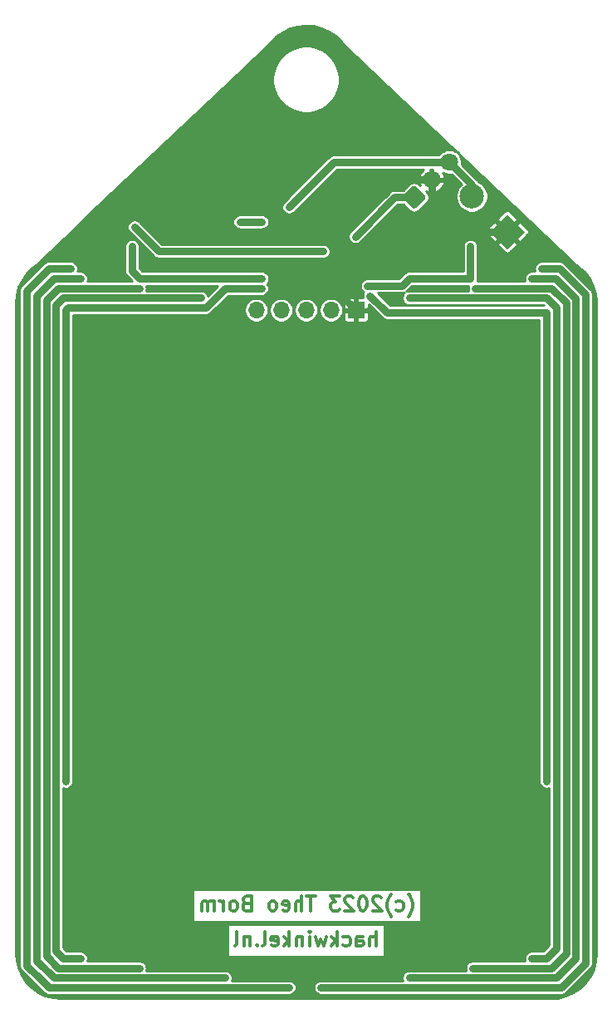
<source format=gbr>
%TF.GenerationSoftware,KiCad,Pcbnew,5.1.9+dfsg1-1+deb11u1*%
%TF.CreationDate,2023-08-15T12:15:31+02:00*%
%TF.ProjectId,label1,6c616265-6c31-42e6-9b69-6361645f7063,rev?*%
%TF.SameCoordinates,Original*%
%TF.FileFunction,Copper,L2,Bot*%
%TF.FilePolarity,Positive*%
%FSLAX46Y46*%
G04 Gerber Fmt 4.6, Leading zero omitted, Abs format (unit mm)*
G04 Created by KiCad (PCBNEW 5.1.9+dfsg1-1+deb11u1) date 2023-08-15 12:15:31*
%MOMM*%
%LPD*%
G01*
G04 APERTURE LIST*
%TA.AperFunction,NonConductor*%
%ADD10C,0.300000*%
%TD*%
%TA.AperFunction,ComponentPad*%
%ADD11C,1.800000*%
%TD*%
%TA.AperFunction,ComponentPad*%
%ADD12C,2.500000*%
%TD*%
%TA.AperFunction,ComponentPad*%
%ADD13C,0.100000*%
%TD*%
%TA.AperFunction,ComponentPad*%
%ADD14O,1.700000X1.700000*%
%TD*%
%TA.AperFunction,ComponentPad*%
%ADD15R,1.700000X1.700000*%
%TD*%
%TA.AperFunction,ViaPad*%
%ADD16C,0.500000*%
%TD*%
%TA.AperFunction,Conductor*%
%ADD17C,0.720000*%
%TD*%
%TA.AperFunction,Conductor*%
%ADD18C,0.250000*%
%TD*%
%TA.AperFunction,Conductor*%
%ADD19C,0.100000*%
%TD*%
G04 APERTURE END LIST*
D10*
X62142857Y-119278571D02*
X62142857Y-117778571D01*
X61500000Y-119278571D02*
X61500000Y-118492857D01*
X61571428Y-118350000D01*
X61714285Y-118278571D01*
X61928571Y-118278571D01*
X62071428Y-118350000D01*
X62142857Y-118421428D01*
X60142857Y-119278571D02*
X60142857Y-118492857D01*
X60214285Y-118350000D01*
X60357142Y-118278571D01*
X60642857Y-118278571D01*
X60785714Y-118350000D01*
X60142857Y-119207142D02*
X60285714Y-119278571D01*
X60642857Y-119278571D01*
X60785714Y-119207142D01*
X60857142Y-119064285D01*
X60857142Y-118921428D01*
X60785714Y-118778571D01*
X60642857Y-118707142D01*
X60285714Y-118707142D01*
X60142857Y-118635714D01*
X58785714Y-119207142D02*
X58928571Y-119278571D01*
X59214285Y-119278571D01*
X59357142Y-119207142D01*
X59428571Y-119135714D01*
X59500000Y-118992857D01*
X59500000Y-118564285D01*
X59428571Y-118421428D01*
X59357142Y-118350000D01*
X59214285Y-118278571D01*
X58928571Y-118278571D01*
X58785714Y-118350000D01*
X58142857Y-119278571D02*
X58142857Y-117778571D01*
X58000000Y-118707142D02*
X57571428Y-119278571D01*
X57571428Y-118278571D02*
X58142857Y-118850000D01*
X57071428Y-118278571D02*
X56785714Y-119278571D01*
X56500000Y-118564285D01*
X56214285Y-119278571D01*
X55928571Y-118278571D01*
X55357142Y-119278571D02*
X55357142Y-118278571D01*
X55357142Y-117778571D02*
X55428571Y-117850000D01*
X55357142Y-117921428D01*
X55285714Y-117850000D01*
X55357142Y-117778571D01*
X55357142Y-117921428D01*
X54642857Y-118278571D02*
X54642857Y-119278571D01*
X54642857Y-118421428D02*
X54571428Y-118350000D01*
X54428571Y-118278571D01*
X54214285Y-118278571D01*
X54071428Y-118350000D01*
X54000000Y-118492857D01*
X54000000Y-119278571D01*
X53285714Y-119278571D02*
X53285714Y-117778571D01*
X53142857Y-118707142D02*
X52714285Y-119278571D01*
X52714285Y-118278571D02*
X53285714Y-118850000D01*
X51500000Y-119207142D02*
X51642857Y-119278571D01*
X51928571Y-119278571D01*
X52071428Y-119207142D01*
X52142857Y-119064285D01*
X52142857Y-118492857D01*
X52071428Y-118350000D01*
X51928571Y-118278571D01*
X51642857Y-118278571D01*
X51500000Y-118350000D01*
X51428571Y-118492857D01*
X51428571Y-118635714D01*
X52142857Y-118778571D01*
X50571428Y-119278571D02*
X50714285Y-119207142D01*
X50785714Y-119064285D01*
X50785714Y-117778571D01*
X50000000Y-119135714D02*
X49928571Y-119207142D01*
X50000000Y-119278571D01*
X50071428Y-119207142D01*
X50000000Y-119135714D01*
X50000000Y-119278571D01*
X49285714Y-118278571D02*
X49285714Y-119278571D01*
X49285714Y-118421428D02*
X49214285Y-118350000D01*
X49071428Y-118278571D01*
X48857142Y-118278571D01*
X48714285Y-118350000D01*
X48642857Y-118492857D01*
X48642857Y-119278571D01*
X47714285Y-119278571D02*
X47857142Y-119207142D01*
X47928571Y-119064285D01*
X47928571Y-117778571D01*
X65421428Y-116250000D02*
X65492857Y-116178571D01*
X65635714Y-115964285D01*
X65707142Y-115821428D01*
X65778571Y-115607142D01*
X65850000Y-115250000D01*
X65850000Y-114964285D01*
X65778571Y-114607142D01*
X65707142Y-114392857D01*
X65635714Y-114250000D01*
X65492857Y-114035714D01*
X65421428Y-113964285D01*
X64207142Y-115607142D02*
X64350000Y-115678571D01*
X64635714Y-115678571D01*
X64778571Y-115607142D01*
X64850000Y-115535714D01*
X64921428Y-115392857D01*
X64921428Y-114964285D01*
X64850000Y-114821428D01*
X64778571Y-114750000D01*
X64635714Y-114678571D01*
X64350000Y-114678571D01*
X64207142Y-114750000D01*
X63707142Y-116250000D02*
X63635714Y-116178571D01*
X63492857Y-115964285D01*
X63421428Y-115821428D01*
X63350000Y-115607142D01*
X63278571Y-115250000D01*
X63278571Y-114964285D01*
X63350000Y-114607142D01*
X63421428Y-114392857D01*
X63492857Y-114250000D01*
X63635714Y-114035714D01*
X63707142Y-113964285D01*
X62635714Y-114321428D02*
X62564285Y-114250000D01*
X62421428Y-114178571D01*
X62064285Y-114178571D01*
X61921428Y-114250000D01*
X61850000Y-114321428D01*
X61778571Y-114464285D01*
X61778571Y-114607142D01*
X61850000Y-114821428D01*
X62707142Y-115678571D01*
X61778571Y-115678571D01*
X60850000Y-114178571D02*
X60707142Y-114178571D01*
X60564285Y-114250000D01*
X60492857Y-114321428D01*
X60421428Y-114464285D01*
X60350000Y-114750000D01*
X60350000Y-115107142D01*
X60421428Y-115392857D01*
X60492857Y-115535714D01*
X60564285Y-115607142D01*
X60707142Y-115678571D01*
X60850000Y-115678571D01*
X60992857Y-115607142D01*
X61064285Y-115535714D01*
X61135714Y-115392857D01*
X61207142Y-115107142D01*
X61207142Y-114750000D01*
X61135714Y-114464285D01*
X61064285Y-114321428D01*
X60992857Y-114250000D01*
X60850000Y-114178571D01*
X59778571Y-114321428D02*
X59707142Y-114250000D01*
X59564285Y-114178571D01*
X59207142Y-114178571D01*
X59064285Y-114250000D01*
X58992857Y-114321428D01*
X58921428Y-114464285D01*
X58921428Y-114607142D01*
X58992857Y-114821428D01*
X59850000Y-115678571D01*
X58921428Y-115678571D01*
X58421428Y-114178571D02*
X57492857Y-114178571D01*
X57992857Y-114750000D01*
X57778571Y-114750000D01*
X57635714Y-114821428D01*
X57564285Y-114892857D01*
X57492857Y-115035714D01*
X57492857Y-115392857D01*
X57564285Y-115535714D01*
X57635714Y-115607142D01*
X57778571Y-115678571D01*
X58207142Y-115678571D01*
X58350000Y-115607142D01*
X58421428Y-115535714D01*
X55921428Y-114178571D02*
X55064285Y-114178571D01*
X55492857Y-115678571D02*
X55492857Y-114178571D01*
X54564285Y-115678571D02*
X54564285Y-114178571D01*
X53921428Y-115678571D02*
X53921428Y-114892857D01*
X53992857Y-114750000D01*
X54135714Y-114678571D01*
X54350000Y-114678571D01*
X54492857Y-114750000D01*
X54564285Y-114821428D01*
X52635714Y-115607142D02*
X52778571Y-115678571D01*
X53064285Y-115678571D01*
X53207142Y-115607142D01*
X53278571Y-115464285D01*
X53278571Y-114892857D01*
X53207142Y-114750000D01*
X53064285Y-114678571D01*
X52778571Y-114678571D01*
X52635714Y-114750000D01*
X52564285Y-114892857D01*
X52564285Y-115035714D01*
X53278571Y-115178571D01*
X51707142Y-115678571D02*
X51850000Y-115607142D01*
X51921428Y-115535714D01*
X51992857Y-115392857D01*
X51992857Y-114964285D01*
X51921428Y-114821428D01*
X51850000Y-114750000D01*
X51707142Y-114678571D01*
X51492857Y-114678571D01*
X51350000Y-114750000D01*
X51278571Y-114821428D01*
X51207142Y-114964285D01*
X51207142Y-115392857D01*
X51278571Y-115535714D01*
X51350000Y-115607142D01*
X51492857Y-115678571D01*
X51707142Y-115678571D01*
X48921428Y-114892857D02*
X48707142Y-114964285D01*
X48635714Y-115035714D01*
X48564285Y-115178571D01*
X48564285Y-115392857D01*
X48635714Y-115535714D01*
X48707142Y-115607142D01*
X48850000Y-115678571D01*
X49421428Y-115678571D01*
X49421428Y-114178571D01*
X48921428Y-114178571D01*
X48778571Y-114250000D01*
X48707142Y-114321428D01*
X48635714Y-114464285D01*
X48635714Y-114607142D01*
X48707142Y-114750000D01*
X48778571Y-114821428D01*
X48921428Y-114892857D01*
X49421428Y-114892857D01*
X47707142Y-115678571D02*
X47850000Y-115607142D01*
X47921428Y-115535714D01*
X47992857Y-115392857D01*
X47992857Y-114964285D01*
X47921428Y-114821428D01*
X47850000Y-114750000D01*
X47707142Y-114678571D01*
X47492857Y-114678571D01*
X47350000Y-114750000D01*
X47278571Y-114821428D01*
X47207142Y-114964285D01*
X47207142Y-115392857D01*
X47278571Y-115535714D01*
X47350000Y-115607142D01*
X47492857Y-115678571D01*
X47707142Y-115678571D01*
X46564285Y-115678571D02*
X46564285Y-114678571D01*
X46564285Y-114964285D02*
X46492857Y-114821428D01*
X46421428Y-114750000D01*
X46278571Y-114678571D01*
X46135714Y-114678571D01*
X45635714Y-115678571D02*
X45635714Y-114678571D01*
X45635714Y-114821428D02*
X45564285Y-114750000D01*
X45421428Y-114678571D01*
X45207142Y-114678571D01*
X45064285Y-114750000D01*
X44992857Y-114892857D01*
X44992857Y-115678571D01*
X44992857Y-114892857D02*
X44921428Y-114750000D01*
X44778571Y-114678571D01*
X44564285Y-114678571D01*
X44421428Y-114750000D01*
X44350000Y-114892857D01*
X44350000Y-115678571D01*
D11*
%TO.P,U2,3*%
%TO.N,+5V*%
X69592102Y-39407898D03*
%TO.P,U2,2*%
%TO.N,GND*%
X67796051Y-41203949D03*
%TO.P,U2,1*%
%TO.N,Net-(U1-Pad10)*%
%TA.AperFunction,ComponentPad*%
G36*
G01*
X65824355Y-44097147D02*
X64902853Y-43175645D01*
G75*
G02*
X64902853Y-42824355I175645J175645D01*
G01*
X65824355Y-41902853D01*
G75*
G02*
X66175645Y-41902853I175645J-175645D01*
G01*
X67097147Y-42824355D01*
G75*
G02*
X67097147Y-43175645I-175645J-175645D01*
G01*
X66175645Y-44097147D01*
G75*
G02*
X65824355Y-44097147I-175645J175645D01*
G01*
G37*
%TD.AperFunction*%
%TD*%
D12*
%TO.P,J2,2*%
%TO.N,+5V*%
X71907898Y-42907898D03*
%TA.AperFunction,ComponentPad*%
D13*
%TO.P,J2,1*%
%TO.N,GND*%
G36*
X77267767Y-46500000D02*
G01*
X75500000Y-48267767D01*
X73732233Y-46500000D01*
X75500000Y-44732233D01*
X77267767Y-46500000D01*
G37*
%TD.AperFunction*%
%TD*%
D14*
%TO.P,J1,5*%
%TO.N,+5V*%
X49920000Y-54500000D03*
%TO.P,J1,4*%
%TO.N,Net-(J1-Pad4)*%
X52460000Y-54500000D03*
%TO.P,J1,3*%
%TO.N,Net-(J1-Pad3)*%
X55000000Y-54500000D03*
%TO.P,J1,2*%
%TO.N,Net-(J1-Pad2)*%
X57540000Y-54500000D03*
D15*
%TO.P,J1,1*%
%TO.N,GND*%
X60080000Y-54500000D03*
%TD*%
D16*
%TO.N,GND*%
X56500000Y-44000000D03*
X77500000Y-57500000D03*
X32500000Y-57500000D03*
X32000000Y-100500000D03*
X78000000Y-101000000D03*
X78500000Y-95000000D03*
X78500000Y-75000000D03*
X31400000Y-72900000D03*
X31400000Y-95700000D03*
X53100000Y-51300000D03*
X78200000Y-118500000D03*
X31700000Y-118400000D03*
X31700000Y-107600000D03*
X78400000Y-107200000D03*
X54700000Y-122100000D03*
X62200000Y-35300000D03*
X64396051Y-41203949D03*
X32800000Y-46700000D03*
X43800000Y-35800000D03*
X49100000Y-31000000D03*
X60400000Y-31000000D03*
X64100000Y-53700000D03*
X66200000Y-52200000D03*
X43800000Y-52300000D03*
%TO.N,Net-(D1-Pad1)*%
X79500000Y-77500000D03*
X79500000Y-102500000D03*
X79500004Y-54750000D03*
X61499998Y-52999996D03*
%TO.N,Net-(D12-Pad2)*%
X71750000Y-51250000D03*
X65500000Y-51250000D03*
X71750000Y-48000000D03*
X61250000Y-52000000D03*
%TO.N,Net-(D13-Pad2)*%
X38000000Y-51250000D03*
X44250000Y-51250000D03*
X50500014Y-51250000D03*
X37250000Y-48000000D03*
%TO.N,Net-(D16-Pad2)*%
X50500000Y-45500000D03*
X48250000Y-45500000D03*
%TO.N,Net-(D10-Pad1)*%
X80500000Y-60000000D03*
X80500000Y-85000000D03*
X65500000Y-53250000D03*
X78000000Y-120500026D03*
%TO.N,Net-(D17-Pad1)*%
X72000000Y-121500000D03*
X72250000Y-52250000D03*
X81500000Y-66250000D03*
X81500000Y-110000000D03*
X81500000Y-79500000D03*
%TO.N,Net-(D25-Pad1)*%
X65500000Y-122500000D03*
X78000000Y-51250000D03*
X82500000Y-116000000D03*
X82500000Y-91000000D03*
X82500000Y-67000000D03*
%TO.N,Net-(D33-Pad1)*%
X56500000Y-123500000D03*
X83500000Y-72750000D03*
X82000000Y-122500000D03*
X83500000Y-97750000D03*
X79000000Y-50250000D03*
%TO.N,+5V*%
X53249998Y-43999998D03*
X56749998Y-40499998D03*
%TO.N,Net-(D5-Pad1)*%
X53250000Y-123500000D03*
X28000000Y-122750000D03*
X26500000Y-97750000D03*
X26500000Y-72750000D03*
X31000000Y-50250000D03*
%TO.N,Net-(D13-Pad1)*%
X46750000Y-122500000D03*
X32000000Y-51250000D03*
X27500000Y-116000000D03*
X27500000Y-91000000D03*
X27500000Y-67000000D03*
%TO.N,Net-(D21-Pad1)*%
X38000000Y-121500000D03*
X38000000Y-52250000D03*
X28500000Y-110000000D03*
X28500000Y-66250000D03*
X28500000Y-79500000D03*
%TO.N,Net-(D29-Pad1)*%
X32000000Y-120500000D03*
X44250000Y-53250000D03*
X29500000Y-59750000D03*
X29500000Y-84750000D03*
%TO.N,Net-(D37-Pad1)*%
X30500000Y-102500000D03*
X30500000Y-54500000D03*
X30500000Y-77500000D03*
X50474996Y-52275000D03*
%TO.N,Net-(J1-Pad2)*%
X56750000Y-48500000D03*
X37499996Y-46000000D03*
%TO.N,Net-(U1-Pad10)*%
X60000000Y-47000000D03*
%TD*%
D17*
%TO.N,GND*%
X59296051Y-41203949D02*
X56500000Y-44000000D01*
X67796051Y-41203949D02*
X64396051Y-41203949D01*
X71250000Y-46500000D02*
X75500000Y-46500000D01*
X67796051Y-43046051D02*
X71250000Y-46500000D01*
X67796051Y-41203949D02*
X67796051Y-43046051D01*
X58000000Y-45500000D02*
X56500000Y-44000000D01*
X58000000Y-52420000D02*
X58000000Y-45500000D01*
X60080000Y-54500000D02*
X58000000Y-52420000D01*
X64396051Y-41203949D02*
X59296051Y-41203949D01*
%TO.N,Net-(D1-Pad1)*%
X79500000Y-77500000D02*
X79500000Y-100500000D01*
X79500000Y-100500000D02*
X79500000Y-102500000D01*
X79500000Y-77500000D02*
X79500000Y-54750004D01*
X79500000Y-54750004D02*
X79500004Y-54750000D01*
X63250002Y-54750000D02*
X61499998Y-52999996D01*
X79500004Y-54750000D02*
X63250002Y-54750000D01*
%TO.N,Net-(D12-Pad2)*%
X65500000Y-51250000D02*
X71750000Y-51250000D01*
X71750000Y-48000000D02*
X71750000Y-51250000D01*
X64750000Y-52000000D02*
X61250000Y-52000000D01*
X65500000Y-51250000D02*
X64750000Y-52000000D01*
%TO.N,Net-(D13-Pad2)*%
X38000000Y-51250000D02*
X50500000Y-51250000D01*
X37250000Y-50500000D02*
X38000000Y-51250000D01*
X37250000Y-48000000D02*
X37250000Y-50500000D01*
%TO.N,Net-(D16-Pad2)*%
X50500000Y-45500000D02*
X48250000Y-45500000D01*
%TO.N,Net-(D10-Pad1)*%
X80500000Y-85000000D02*
X80500000Y-60000000D01*
X79500000Y-53250000D02*
X65500000Y-53250000D01*
X80500000Y-54250000D02*
X79500000Y-53250000D01*
X80500000Y-60000000D02*
X80500000Y-54250000D01*
X79499974Y-120500026D02*
X78000000Y-120500026D01*
X80500000Y-119500000D02*
X79499974Y-120500026D01*
X80500000Y-85000000D02*
X80500000Y-119500000D01*
%TO.N,Net-(D17-Pad1)*%
X72000000Y-121500000D02*
X80000000Y-121500000D01*
X80000000Y-121500000D02*
X81500000Y-120000000D01*
X81500000Y-120000000D02*
X81500000Y-115500000D01*
X80000000Y-52250000D02*
X72250000Y-52250000D01*
X81500000Y-53750000D02*
X80000000Y-52250000D01*
X81500000Y-66250000D02*
X81500000Y-53750000D01*
X81500000Y-110000000D02*
X81500000Y-99000000D01*
X81500000Y-115500000D02*
X81500000Y-110000000D01*
X81500000Y-79500000D02*
X81500000Y-66250000D01*
X81500000Y-99000000D02*
X81500000Y-79500000D01*
%TO.N,Net-(D25-Pad1)*%
X80500000Y-122500000D02*
X82500000Y-120500000D01*
X65500000Y-122500000D02*
X80500000Y-122500000D01*
X82500000Y-120500000D02*
X82500000Y-116000000D01*
X82500000Y-116000000D02*
X82500000Y-91000000D01*
X82500000Y-91000000D02*
X82500000Y-67000000D01*
X80448908Y-51250000D02*
X78000000Y-51250000D01*
X82500000Y-67000000D02*
X82500000Y-53301092D01*
X82500000Y-53301092D02*
X80448908Y-51250000D01*
%TO.N,Net-(D33-Pad1)*%
X56500000Y-123500000D02*
X81000000Y-123500000D01*
X82000000Y-122500000D02*
X83500000Y-121000000D01*
X81000000Y-123500000D02*
X82000000Y-122500000D01*
X83500000Y-97750000D02*
X83500000Y-72750000D01*
X83500000Y-121000000D02*
X83500000Y-97750000D01*
X83500000Y-52896447D02*
X80853553Y-50250000D01*
X83500000Y-72750000D02*
X83500000Y-52896447D01*
X80853553Y-50250000D02*
X79000000Y-50250000D01*
%TO.N,+5V*%
X71907898Y-41723694D02*
X69592102Y-39407898D01*
X71907898Y-42907898D02*
X71907898Y-41723694D01*
X69592102Y-39407898D02*
X57842098Y-39407898D01*
X56749998Y-40499998D02*
X53249998Y-43999998D01*
X57842098Y-39407898D02*
X56749998Y-40499998D01*
%TO.N,Net-(D5-Pad1)*%
X53250000Y-123500000D02*
X28750000Y-123500000D01*
X28000000Y-122750000D02*
X26500000Y-121250000D01*
X28750000Y-123500000D02*
X28000000Y-122750000D01*
X26500000Y-121250000D02*
X26500000Y-97750000D01*
X26500000Y-97750000D02*
X26500000Y-72750000D01*
X28750000Y-50250000D02*
X31000000Y-50250000D01*
X26500000Y-52500000D02*
X28750000Y-50250000D01*
X26500000Y-72750000D02*
X26500000Y-52500000D01*
%TO.N,Net-(D13-Pad1)*%
X46750000Y-122500000D02*
X29250000Y-122500000D01*
X29250000Y-122500000D02*
X27500000Y-120750000D01*
X29250000Y-51250000D02*
X32000000Y-51250000D01*
X27500000Y-53000000D02*
X29250000Y-51250000D01*
X27500000Y-116000000D02*
X27500000Y-98500000D01*
X27500000Y-120750000D02*
X27500000Y-116000000D01*
X27500000Y-91000000D02*
X27500000Y-87750000D01*
X27500000Y-98500000D02*
X27500000Y-91000000D01*
X27500000Y-67000000D02*
X27500000Y-53000000D01*
X27500000Y-87750000D02*
X27500000Y-67000000D01*
%TO.N,Net-(D21-Pad1)*%
X38000000Y-121500000D02*
X29750000Y-121500000D01*
X29750000Y-121500000D02*
X28500000Y-120250000D01*
X28500000Y-120250000D02*
X28500000Y-113750000D01*
X28500000Y-53750000D02*
X28500000Y-53500000D01*
X29750000Y-52250000D02*
X38000000Y-52250000D01*
X28500000Y-53500000D02*
X29750000Y-52250000D01*
X28500000Y-113750000D02*
X28500000Y-110000000D01*
X28500000Y-66250000D02*
X28500000Y-53750000D01*
X28500000Y-79500000D02*
X28500000Y-66250000D01*
X28500000Y-110000000D02*
X28500000Y-79500000D01*
%TO.N,Net-(D29-Pad1)*%
X32000000Y-120500000D02*
X30250000Y-120500000D01*
X30250000Y-120500000D02*
X29500000Y-119750000D01*
X29500000Y-119750000D02*
X29500000Y-117250000D01*
X29500000Y-59750000D02*
X29500000Y-54000000D01*
X29500000Y-54000000D02*
X30250000Y-53250000D01*
X30250000Y-53250000D02*
X44250000Y-53250000D01*
X29500000Y-84750000D02*
X29500000Y-59750000D01*
X29500000Y-117250000D02*
X29500000Y-84750000D01*
%TO.N,Net-(D37-Pad1)*%
X30500000Y-77500000D02*
X30500000Y-54500000D01*
X30500000Y-102500000D02*
X30500000Y-77500000D01*
X44750000Y-54250000D02*
X46725000Y-52275000D01*
X30750000Y-54250000D02*
X44750000Y-54250000D01*
X46725000Y-52275000D02*
X50474996Y-52275000D01*
X30500000Y-54500000D02*
X30750000Y-54250000D01*
%TO.N,Net-(J1-Pad2)*%
X56750000Y-48500000D02*
X39999996Y-48500000D01*
X39999996Y-48500000D02*
X37499996Y-46000000D01*
%TO.N,Net-(U1-Pad10)*%
X64000000Y-43000000D02*
X60000000Y-47000000D01*
X66000000Y-43000000D02*
X64000000Y-43000000D01*
%TD*%
D18*
%TO.N,GND*%
X55751120Y-25557380D02*
X56554573Y-25759101D01*
X57310792Y-26097278D01*
X57996800Y-26561632D01*
X58602067Y-27148051D01*
X58670312Y-27229384D01*
X58671890Y-27232155D01*
X58710559Y-27276785D01*
X82739076Y-50053817D01*
X82743211Y-50057030D01*
X83366887Y-50617996D01*
X83868304Y-51263717D01*
X84247453Y-51988034D01*
X84492340Y-52768035D01*
X84597014Y-53593131D01*
X84600001Y-53753777D01*
X84600000Y-119982191D01*
X84525736Y-120814307D01*
X84310007Y-121602878D01*
X83958044Y-122340783D01*
X83480972Y-123004698D01*
X82893876Y-123573634D01*
X82215302Y-124029616D01*
X81466706Y-124358228D01*
X80668674Y-124549819D01*
X79985330Y-124600000D01*
X30017809Y-124600000D01*
X29185693Y-124525736D01*
X28397122Y-124310007D01*
X27659217Y-123958044D01*
X26995302Y-123480972D01*
X26426366Y-122893876D01*
X25970384Y-122215302D01*
X25641772Y-121466706D01*
X25450181Y-120668674D01*
X25400000Y-119985330D01*
X25400000Y-53767822D01*
X25474265Y-52935695D01*
X25593457Y-52500000D01*
X25761444Y-52500000D01*
X25765001Y-52536115D01*
X25765000Y-72786104D01*
X25765001Y-72786114D01*
X25765000Y-97786104D01*
X25765001Y-97786114D01*
X25765000Y-121213895D01*
X25761444Y-121250000D01*
X25774978Y-121387413D01*
X25775635Y-121394084D01*
X25817663Y-121532632D01*
X25885913Y-121660319D01*
X25977762Y-121772237D01*
X26005808Y-121795254D01*
X27505806Y-123295253D01*
X27505811Y-123295257D01*
X28204746Y-123994193D01*
X28227762Y-124022238D01*
X28339680Y-124114087D01*
X28467367Y-124182337D01*
X28556345Y-124209328D01*
X28605914Y-124224365D01*
X28620132Y-124225765D01*
X28713895Y-124235000D01*
X28713902Y-124235000D01*
X28749999Y-124238555D01*
X28786096Y-124235000D01*
X53286105Y-124235000D01*
X53394085Y-124224365D01*
X53532633Y-124182337D01*
X53660320Y-124114087D01*
X53772238Y-124022238D01*
X53864087Y-123910320D01*
X53932337Y-123782633D01*
X53974365Y-123644085D01*
X53988556Y-123500000D01*
X55761444Y-123500000D01*
X55775635Y-123644085D01*
X55817663Y-123782633D01*
X55885913Y-123910320D01*
X55977762Y-124022238D01*
X56089680Y-124114087D01*
X56217367Y-124182337D01*
X56355915Y-124224365D01*
X56463895Y-124235000D01*
X80963895Y-124235000D01*
X81000000Y-124238556D01*
X81036105Y-124235000D01*
X81144085Y-124224365D01*
X81282633Y-124182337D01*
X81410320Y-124114087D01*
X81522238Y-124022238D01*
X81545258Y-123994188D01*
X82545253Y-122994194D01*
X82545257Y-122994189D01*
X83994197Y-121545250D01*
X84022237Y-121522238D01*
X84045250Y-121494197D01*
X84045253Y-121494194D01*
X84114086Y-121410321D01*
X84114087Y-121410320D01*
X84182337Y-121282633D01*
X84224365Y-121144085D01*
X84235000Y-121036105D01*
X84235000Y-121036096D01*
X84238555Y-121000001D01*
X84235000Y-120963906D01*
X84235000Y-52932541D01*
X84238555Y-52896446D01*
X84235000Y-52860351D01*
X84235000Y-52860342D01*
X84224365Y-52752362D01*
X84182337Y-52613814D01*
X84114087Y-52486127D01*
X84022238Y-52374209D01*
X83994193Y-52351193D01*
X81398812Y-49755812D01*
X81375791Y-49727762D01*
X81263873Y-49635913D01*
X81136186Y-49567663D01*
X80997638Y-49525635D01*
X80889658Y-49515000D01*
X80853553Y-49511444D01*
X80817448Y-49515000D01*
X78963895Y-49515000D01*
X78855915Y-49525635D01*
X78717367Y-49567663D01*
X78589680Y-49635913D01*
X78477762Y-49727762D01*
X78385913Y-49839680D01*
X78317663Y-49967367D01*
X78275635Y-50105915D01*
X78261444Y-50250000D01*
X78275635Y-50394085D01*
X78312314Y-50515000D01*
X77963895Y-50515000D01*
X77855915Y-50525635D01*
X77717367Y-50567663D01*
X77589680Y-50635913D01*
X77477762Y-50727762D01*
X77385913Y-50839680D01*
X77317663Y-50967367D01*
X77275635Y-51105915D01*
X77261444Y-51250000D01*
X77275635Y-51394085D01*
X77312314Y-51515000D01*
X72437686Y-51515000D01*
X72474365Y-51394085D01*
X72488556Y-51250000D01*
X72485000Y-51213895D01*
X72485000Y-47963895D01*
X72474365Y-47855915D01*
X72432337Y-47717367D01*
X72421805Y-47697662D01*
X74479115Y-47697662D01*
X74479115Y-47847922D01*
X75198026Y-48569741D01*
X75262740Y-48622851D01*
X75336573Y-48662315D01*
X75416686Y-48686617D01*
X75500000Y-48694823D01*
X75583314Y-48686617D01*
X75663427Y-48662315D01*
X75737260Y-48622851D01*
X75801974Y-48569741D01*
X76520885Y-47847922D01*
X76520885Y-47697662D01*
X75500000Y-46676777D01*
X74479115Y-47697662D01*
X72421805Y-47697662D01*
X72364087Y-47589680D01*
X72272237Y-47477762D01*
X72160319Y-47385913D01*
X72032632Y-47317663D01*
X71894084Y-47275635D01*
X71750000Y-47261444D01*
X71605915Y-47275635D01*
X71467367Y-47317663D01*
X71339680Y-47385913D01*
X71227762Y-47477763D01*
X71135913Y-47589681D01*
X71067663Y-47717368D01*
X71025635Y-47855916D01*
X71015000Y-47963896D01*
X71015001Y-50515000D01*
X65536096Y-50515000D01*
X65499999Y-50511445D01*
X65463902Y-50515000D01*
X65463895Y-50515000D01*
X65370132Y-50524235D01*
X65355914Y-50525635D01*
X65332842Y-50532634D01*
X65217367Y-50567663D01*
X65089680Y-50635913D01*
X64977762Y-50727762D01*
X64954747Y-50755806D01*
X64445554Y-51265000D01*
X61213895Y-51265000D01*
X61105915Y-51275635D01*
X60967367Y-51317663D01*
X60839680Y-51385913D01*
X60727762Y-51477762D01*
X60635913Y-51589680D01*
X60567663Y-51717367D01*
X60525635Y-51855915D01*
X60511444Y-52000000D01*
X60525635Y-52144085D01*
X60567663Y-52282633D01*
X60635913Y-52410320D01*
X60727762Y-52522238D01*
X60839680Y-52614087D01*
X60865490Y-52627883D01*
X60817662Y-52717363D01*
X60775633Y-52855911D01*
X60761442Y-52999996D01*
X60775633Y-53144081D01*
X60799688Y-53223377D01*
X60311250Y-53225000D01*
X60205000Y-53331250D01*
X60205000Y-54375000D01*
X61248750Y-54375000D01*
X61355000Y-54268750D01*
X61356240Y-53895684D01*
X62704748Y-55244193D01*
X62727764Y-55272238D01*
X62839682Y-55364087D01*
X62967369Y-55432337D01*
X63105917Y-55474365D01*
X63213897Y-55485000D01*
X63213906Y-55485000D01*
X63250001Y-55488555D01*
X63286096Y-55485000D01*
X78765001Y-55485000D01*
X78765000Y-77463895D01*
X78765000Y-77463896D01*
X78765001Y-100463886D01*
X78765000Y-100463896D01*
X78765001Y-102536105D01*
X78775636Y-102644085D01*
X78817664Y-102782633D01*
X78885914Y-102910320D01*
X78977763Y-103022238D01*
X79089681Y-103114087D01*
X79217368Y-103182337D01*
X79355916Y-103224365D01*
X79500000Y-103238556D01*
X79644085Y-103224365D01*
X79765001Y-103187686D01*
X79765001Y-119195552D01*
X79195528Y-119765026D01*
X77963895Y-119765026D01*
X77855915Y-119775661D01*
X77717367Y-119817689D01*
X77589680Y-119885939D01*
X77477762Y-119977788D01*
X77385913Y-120089706D01*
X77317663Y-120217393D01*
X77275635Y-120355941D01*
X77261444Y-120500026D01*
X77275635Y-120644111D01*
X77312306Y-120765000D01*
X71963895Y-120765000D01*
X71855915Y-120775635D01*
X71717367Y-120817663D01*
X71589680Y-120885913D01*
X71477762Y-120977762D01*
X71385913Y-121089680D01*
X71317663Y-121217367D01*
X71275635Y-121355915D01*
X71261444Y-121500000D01*
X71275635Y-121644085D01*
X71312314Y-121765000D01*
X65463895Y-121765000D01*
X65355915Y-121775635D01*
X65217367Y-121817663D01*
X65089680Y-121885913D01*
X64977762Y-121977762D01*
X64885913Y-122089680D01*
X64817663Y-122217367D01*
X64775635Y-122355915D01*
X64761444Y-122500000D01*
X64775635Y-122644085D01*
X64812314Y-122765000D01*
X56463895Y-122765000D01*
X56355915Y-122775635D01*
X56217367Y-122817663D01*
X56089680Y-122885913D01*
X55977762Y-122977762D01*
X55885913Y-123089680D01*
X55817663Y-123217367D01*
X55775635Y-123355915D01*
X55761444Y-123500000D01*
X53988556Y-123500000D01*
X53974365Y-123355915D01*
X53932337Y-123217367D01*
X53864087Y-123089680D01*
X53772238Y-122977762D01*
X53660320Y-122885913D01*
X53532633Y-122817663D01*
X53394085Y-122775635D01*
X53286105Y-122765000D01*
X47437686Y-122765000D01*
X47474365Y-122644085D01*
X47488556Y-122500000D01*
X47474365Y-122355915D01*
X47432337Y-122217367D01*
X47364087Y-122089680D01*
X47272238Y-121977762D01*
X47160320Y-121885913D01*
X47032633Y-121817663D01*
X46894085Y-121775635D01*
X46786105Y-121765000D01*
X38687686Y-121765000D01*
X38724365Y-121644085D01*
X38738556Y-121500000D01*
X38724365Y-121355915D01*
X38682337Y-121217367D01*
X38614087Y-121089680D01*
X38522238Y-120977762D01*
X38410320Y-120885913D01*
X38282633Y-120817663D01*
X38144085Y-120775635D01*
X38036105Y-120765000D01*
X32687686Y-120765000D01*
X32724365Y-120644085D01*
X32738556Y-120500000D01*
X32724365Y-120355915D01*
X32682337Y-120217367D01*
X32614087Y-120089680D01*
X32522238Y-119977762D01*
X32410320Y-119885913D01*
X32282633Y-119817663D01*
X32144085Y-119775635D01*
X32036105Y-119765000D01*
X30554447Y-119765000D01*
X30235000Y-119445554D01*
X30235000Y-117070000D01*
X46975000Y-117070000D01*
X46975000Y-120370000D01*
X63025000Y-120370000D01*
X63025000Y-117070000D01*
X46975000Y-117070000D01*
X30235000Y-117070000D01*
X30235000Y-113470000D01*
X43467857Y-113470000D01*
X43467857Y-116770000D01*
X66732143Y-116770000D01*
X66732143Y-113470000D01*
X43467857Y-113470000D01*
X30235000Y-113470000D01*
X30235000Y-103187686D01*
X30355915Y-103224365D01*
X30500000Y-103238556D01*
X30644084Y-103224365D01*
X30782632Y-103182337D01*
X30910319Y-103114087D01*
X31022237Y-103022238D01*
X31114087Y-102910320D01*
X31182337Y-102782633D01*
X31224365Y-102644085D01*
X31235000Y-102536105D01*
X31235000Y-54985000D01*
X44713895Y-54985000D01*
X44750000Y-54988556D01*
X44786105Y-54985000D01*
X44894085Y-54974365D01*
X45032633Y-54932337D01*
X45160320Y-54864087D01*
X45272238Y-54772238D01*
X45295258Y-54744188D01*
X45660098Y-54379348D01*
X48695000Y-54379348D01*
X48695000Y-54620652D01*
X48742076Y-54857319D01*
X48834419Y-55080255D01*
X48968481Y-55280892D01*
X49139108Y-55451519D01*
X49339745Y-55585581D01*
X49562681Y-55677924D01*
X49799348Y-55725000D01*
X50040652Y-55725000D01*
X50277319Y-55677924D01*
X50500255Y-55585581D01*
X50700892Y-55451519D01*
X50871519Y-55280892D01*
X51005581Y-55080255D01*
X51097924Y-54857319D01*
X51145000Y-54620652D01*
X51145000Y-54379348D01*
X51235000Y-54379348D01*
X51235000Y-54620652D01*
X51282076Y-54857319D01*
X51374419Y-55080255D01*
X51508481Y-55280892D01*
X51679108Y-55451519D01*
X51879745Y-55585581D01*
X52102681Y-55677924D01*
X52339348Y-55725000D01*
X52580652Y-55725000D01*
X52817319Y-55677924D01*
X53040255Y-55585581D01*
X53240892Y-55451519D01*
X53411519Y-55280892D01*
X53545581Y-55080255D01*
X53637924Y-54857319D01*
X53685000Y-54620652D01*
X53685000Y-54379348D01*
X53775000Y-54379348D01*
X53775000Y-54620652D01*
X53822076Y-54857319D01*
X53914419Y-55080255D01*
X54048481Y-55280892D01*
X54219108Y-55451519D01*
X54419745Y-55585581D01*
X54642681Y-55677924D01*
X54879348Y-55725000D01*
X55120652Y-55725000D01*
X55357319Y-55677924D01*
X55580255Y-55585581D01*
X55780892Y-55451519D01*
X55951519Y-55280892D01*
X56085581Y-55080255D01*
X56177924Y-54857319D01*
X56225000Y-54620652D01*
X56225000Y-54379348D01*
X56315000Y-54379348D01*
X56315000Y-54620652D01*
X56362076Y-54857319D01*
X56454419Y-55080255D01*
X56588481Y-55280892D01*
X56759108Y-55451519D01*
X56959745Y-55585581D01*
X57182681Y-55677924D01*
X57419348Y-55725000D01*
X57660652Y-55725000D01*
X57897319Y-55677924D01*
X58120255Y-55585581D01*
X58320892Y-55451519D01*
X58422411Y-55350000D01*
X58802944Y-55350000D01*
X58811150Y-55433314D01*
X58835452Y-55513427D01*
X58874916Y-55587260D01*
X58928026Y-55651974D01*
X58992740Y-55705084D01*
X59066573Y-55744548D01*
X59146686Y-55768850D01*
X59230000Y-55777056D01*
X59848750Y-55775000D01*
X59955000Y-55668750D01*
X59955000Y-54625000D01*
X60205000Y-54625000D01*
X60205000Y-55668750D01*
X60311250Y-55775000D01*
X60930000Y-55777056D01*
X61013314Y-55768850D01*
X61093427Y-55744548D01*
X61167260Y-55705084D01*
X61231974Y-55651974D01*
X61285084Y-55587260D01*
X61324548Y-55513427D01*
X61348850Y-55433314D01*
X61357056Y-55350000D01*
X61355000Y-54731250D01*
X61248750Y-54625000D01*
X60205000Y-54625000D01*
X59955000Y-54625000D01*
X58911250Y-54625000D01*
X58805000Y-54731250D01*
X58802944Y-55350000D01*
X58422411Y-55350000D01*
X58491519Y-55280892D01*
X58625581Y-55080255D01*
X58717924Y-54857319D01*
X58765000Y-54620652D01*
X58765000Y-54379348D01*
X58717924Y-54142681D01*
X58625581Y-53919745D01*
X58491519Y-53719108D01*
X58422411Y-53650000D01*
X58802944Y-53650000D01*
X58805000Y-54268750D01*
X58911250Y-54375000D01*
X59955000Y-54375000D01*
X59955000Y-53331250D01*
X59848750Y-53225000D01*
X59230000Y-53222944D01*
X59146686Y-53231150D01*
X59066573Y-53255452D01*
X58992740Y-53294916D01*
X58928026Y-53348026D01*
X58874916Y-53412740D01*
X58835452Y-53486573D01*
X58811150Y-53566686D01*
X58802944Y-53650000D01*
X58422411Y-53650000D01*
X58320892Y-53548481D01*
X58120255Y-53414419D01*
X57897319Y-53322076D01*
X57660652Y-53275000D01*
X57419348Y-53275000D01*
X57182681Y-53322076D01*
X56959745Y-53414419D01*
X56759108Y-53548481D01*
X56588481Y-53719108D01*
X56454419Y-53919745D01*
X56362076Y-54142681D01*
X56315000Y-54379348D01*
X56225000Y-54379348D01*
X56177924Y-54142681D01*
X56085581Y-53919745D01*
X55951519Y-53719108D01*
X55780892Y-53548481D01*
X55580255Y-53414419D01*
X55357319Y-53322076D01*
X55120652Y-53275000D01*
X54879348Y-53275000D01*
X54642681Y-53322076D01*
X54419745Y-53414419D01*
X54219108Y-53548481D01*
X54048481Y-53719108D01*
X53914419Y-53919745D01*
X53822076Y-54142681D01*
X53775000Y-54379348D01*
X53685000Y-54379348D01*
X53637924Y-54142681D01*
X53545581Y-53919745D01*
X53411519Y-53719108D01*
X53240892Y-53548481D01*
X53040255Y-53414419D01*
X52817319Y-53322076D01*
X52580652Y-53275000D01*
X52339348Y-53275000D01*
X52102681Y-53322076D01*
X51879745Y-53414419D01*
X51679108Y-53548481D01*
X51508481Y-53719108D01*
X51374419Y-53919745D01*
X51282076Y-54142681D01*
X51235000Y-54379348D01*
X51145000Y-54379348D01*
X51097924Y-54142681D01*
X51005581Y-53919745D01*
X50871519Y-53719108D01*
X50700892Y-53548481D01*
X50500255Y-53414419D01*
X50277319Y-53322076D01*
X50040652Y-53275000D01*
X49799348Y-53275000D01*
X49562681Y-53322076D01*
X49339745Y-53414419D01*
X49139108Y-53548481D01*
X48968481Y-53719108D01*
X48834419Y-53919745D01*
X48742076Y-54142681D01*
X48695000Y-54379348D01*
X45660098Y-54379348D01*
X47029447Y-53010000D01*
X50511101Y-53010000D01*
X50619081Y-52999365D01*
X50757629Y-52957337D01*
X50885316Y-52889087D01*
X50997234Y-52797238D01*
X51089083Y-52685320D01*
X51157333Y-52557633D01*
X51199361Y-52419085D01*
X51213552Y-52275000D01*
X51199361Y-52130915D01*
X51157333Y-51992367D01*
X51089083Y-51864680D01*
X51016848Y-51776662D01*
X51022238Y-51772238D01*
X51114087Y-51660320D01*
X51182337Y-51532633D01*
X51224365Y-51394085D01*
X51238556Y-51250000D01*
X51224365Y-51105915D01*
X51182337Y-50967367D01*
X51114087Y-50839680D01*
X51022238Y-50727762D01*
X50910320Y-50635913D01*
X50782633Y-50567663D01*
X50644085Y-50525635D01*
X50536105Y-50515000D01*
X38304447Y-50515000D01*
X37985000Y-50195554D01*
X37985000Y-47963895D01*
X37974365Y-47855915D01*
X37932337Y-47717367D01*
X37864087Y-47589680D01*
X37772237Y-47477762D01*
X37660319Y-47385913D01*
X37532632Y-47317663D01*
X37394084Y-47275635D01*
X37250000Y-47261444D01*
X37105915Y-47275635D01*
X36967367Y-47317663D01*
X36839680Y-47385913D01*
X36727762Y-47477763D01*
X36635913Y-47589681D01*
X36567663Y-47717368D01*
X36525635Y-47855916D01*
X36515000Y-47963896D01*
X36515001Y-50463885D01*
X36511444Y-50500000D01*
X36525635Y-50644085D01*
X36557519Y-50749189D01*
X36567664Y-50782633D01*
X36635914Y-50910320D01*
X36727763Y-51022238D01*
X36755808Y-51045254D01*
X37225553Y-51515000D01*
X32687686Y-51515000D01*
X32724365Y-51394085D01*
X32738556Y-51250000D01*
X32724365Y-51105915D01*
X32682337Y-50967367D01*
X32614087Y-50839680D01*
X32522238Y-50727762D01*
X32410320Y-50635913D01*
X32282633Y-50567663D01*
X32144085Y-50525635D01*
X32036105Y-50515000D01*
X31687686Y-50515000D01*
X31724365Y-50394085D01*
X31738556Y-50250000D01*
X31724365Y-50105915D01*
X31682337Y-49967367D01*
X31614087Y-49839680D01*
X31522238Y-49727762D01*
X31410320Y-49635913D01*
X31282633Y-49567663D01*
X31144085Y-49525635D01*
X31036105Y-49515000D01*
X28786105Y-49515000D01*
X28750000Y-49511444D01*
X28605915Y-49525635D01*
X28467366Y-49567663D01*
X28360097Y-49625000D01*
X28339680Y-49635913D01*
X28227762Y-49727762D01*
X28204746Y-49755807D01*
X26005808Y-51954746D01*
X25977763Y-51977762D01*
X25885914Y-52089680D01*
X25836280Y-52182539D01*
X25817664Y-52217367D01*
X25775635Y-52355915D01*
X25761444Y-52500000D01*
X25593457Y-52500000D01*
X25689995Y-52147121D01*
X26041954Y-51409221D01*
X26519025Y-50745307D01*
X27116295Y-50166513D01*
X27245907Y-50065484D01*
X27245911Y-50065480D01*
X27260922Y-50053818D01*
X31537477Y-46000000D01*
X36761440Y-46000000D01*
X36775631Y-46144085D01*
X36817660Y-46282633D01*
X36885910Y-46410319D01*
X36954743Y-46494193D01*
X39454742Y-48994193D01*
X39477758Y-49022238D01*
X39589676Y-49114087D01*
X39717363Y-49182337D01*
X39855911Y-49224365D01*
X39999996Y-49238556D01*
X40036101Y-49235000D01*
X56786105Y-49235000D01*
X56894085Y-49224365D01*
X57032633Y-49182337D01*
X57160320Y-49114087D01*
X57272238Y-49022238D01*
X57364087Y-48910320D01*
X57432337Y-48782633D01*
X57474365Y-48644085D01*
X57488556Y-48500000D01*
X57474365Y-48355915D01*
X57432337Y-48217367D01*
X57364087Y-48089680D01*
X57272238Y-47977762D01*
X57160320Y-47885913D01*
X57032633Y-47817663D01*
X56894085Y-47775635D01*
X56786105Y-47765000D01*
X40304443Y-47765000D01*
X39539443Y-47000000D01*
X59261444Y-47000000D01*
X59275635Y-47144085D01*
X59317664Y-47282633D01*
X59385914Y-47410319D01*
X59477763Y-47522237D01*
X59589681Y-47614086D01*
X59717367Y-47682336D01*
X59855915Y-47724365D01*
X60000000Y-47738556D01*
X60144085Y-47724365D01*
X60282633Y-47682336D01*
X60410319Y-47614086D01*
X60494193Y-47545253D01*
X61539446Y-46500000D01*
X73305177Y-46500000D01*
X73313383Y-46583314D01*
X73337685Y-46663427D01*
X73377149Y-46737260D01*
X73430259Y-46801974D01*
X74152078Y-47520885D01*
X74302338Y-47520885D01*
X75323223Y-46500000D01*
X75676777Y-46500000D01*
X76697662Y-47520885D01*
X76847922Y-47520885D01*
X77569741Y-46801974D01*
X77622851Y-46737260D01*
X77662315Y-46663427D01*
X77686617Y-46583314D01*
X77694823Y-46500000D01*
X77686617Y-46416686D01*
X77662315Y-46336573D01*
X77622851Y-46262740D01*
X77569741Y-46198026D01*
X76847922Y-45479115D01*
X76697662Y-45479115D01*
X75676777Y-46500000D01*
X75323223Y-46500000D01*
X74302338Y-45479115D01*
X74152078Y-45479115D01*
X73430259Y-46198026D01*
X73377149Y-46262740D01*
X73337685Y-46336573D01*
X73313383Y-46416686D01*
X73305177Y-46500000D01*
X61539446Y-46500000D01*
X62887368Y-45152078D01*
X74479115Y-45152078D01*
X74479115Y-45302338D01*
X75500000Y-46323223D01*
X76520885Y-45302338D01*
X76520885Y-45152078D01*
X75801974Y-44430259D01*
X75737260Y-44377149D01*
X75663427Y-44337685D01*
X75583314Y-44313383D01*
X75500000Y-44305177D01*
X75416686Y-44313383D01*
X75336573Y-44337685D01*
X75262740Y-44377149D01*
X75198026Y-44430259D01*
X74479115Y-45152078D01*
X62887368Y-45152078D01*
X64304447Y-43735000D01*
X64929312Y-43735000D01*
X65557907Y-44363595D01*
X65652650Y-44441348D01*
X65760741Y-44499124D01*
X65878027Y-44534703D01*
X66000000Y-44546716D01*
X66121973Y-44534703D01*
X66239259Y-44499124D01*
X66347350Y-44441348D01*
X66442093Y-44363595D01*
X67363595Y-43442093D01*
X67441348Y-43347350D01*
X67499124Y-43239259D01*
X67534703Y-43121973D01*
X67546716Y-43000000D01*
X67534703Y-42878027D01*
X67499124Y-42760741D01*
X67441348Y-42652650D01*
X67363595Y-42557907D01*
X67188162Y-42382474D01*
X67354623Y-42460053D01*
X67465231Y-42493605D01*
X67671051Y-42422717D01*
X67671051Y-41505728D01*
X67781910Y-41394869D01*
X67715990Y-41328949D01*
X67921051Y-41328949D01*
X67921051Y-42422717D01*
X68126871Y-42493605D01*
X68372114Y-42404285D01*
X68595219Y-42268837D01*
X68787613Y-42092466D01*
X68941901Y-41881949D01*
X69052155Y-41645377D01*
X69085707Y-41534769D01*
X69014819Y-41328949D01*
X67921051Y-41328949D01*
X67715990Y-41328949D01*
X67605131Y-41218090D01*
X67494272Y-41328949D01*
X66577283Y-41328949D01*
X66506395Y-41534769D01*
X66595715Y-41780012D01*
X66611190Y-41805502D01*
X66442093Y-41636405D01*
X66347350Y-41558652D01*
X66239259Y-41500876D01*
X66121973Y-41465297D01*
X66000000Y-41453284D01*
X65878027Y-41465297D01*
X65760741Y-41500876D01*
X65652650Y-41558652D01*
X65557907Y-41636405D01*
X64929312Y-42265000D01*
X64036094Y-42265000D01*
X63999999Y-42261445D01*
X63963904Y-42265000D01*
X63963895Y-42265000D01*
X63855915Y-42275635D01*
X63717367Y-42317663D01*
X63589680Y-42385913D01*
X63477762Y-42477762D01*
X63454746Y-42505807D01*
X59454747Y-46505807D01*
X59385914Y-46589681D01*
X59317664Y-46717367D01*
X59275635Y-46855915D01*
X59261444Y-47000000D01*
X39539443Y-47000000D01*
X38039443Y-45500000D01*
X47511444Y-45500000D01*
X47525635Y-45644085D01*
X47567663Y-45782633D01*
X47635913Y-45910320D01*
X47727762Y-46022238D01*
X47839680Y-46114087D01*
X47967367Y-46182337D01*
X48105915Y-46224365D01*
X48213895Y-46235000D01*
X50536105Y-46235000D01*
X50644085Y-46224365D01*
X50782633Y-46182337D01*
X50910320Y-46114087D01*
X51022238Y-46022238D01*
X51114087Y-45910320D01*
X51182337Y-45782633D01*
X51224365Y-45644085D01*
X51238556Y-45500000D01*
X51224365Y-45355915D01*
X51182337Y-45217367D01*
X51114087Y-45089680D01*
X51022238Y-44977762D01*
X50910320Y-44885913D01*
X50782633Y-44817663D01*
X50644085Y-44775635D01*
X50536105Y-44765000D01*
X48213895Y-44765000D01*
X48105915Y-44775635D01*
X47967367Y-44817663D01*
X47839680Y-44885913D01*
X47727762Y-44977762D01*
X47635913Y-45089680D01*
X47567663Y-45217367D01*
X47525635Y-45355915D01*
X47511444Y-45500000D01*
X38039443Y-45500000D01*
X37994189Y-45454747D01*
X37910315Y-45385914D01*
X37782629Y-45317664D01*
X37644081Y-45275635D01*
X37499996Y-45261444D01*
X37355911Y-45275635D01*
X37217363Y-45317664D01*
X37089677Y-45385914D01*
X36977759Y-45477763D01*
X36885910Y-45589681D01*
X36817660Y-45717367D01*
X36775631Y-45855915D01*
X36761440Y-46000000D01*
X31537477Y-46000000D01*
X33647369Y-43999998D01*
X52511442Y-43999998D01*
X52525633Y-44144083D01*
X52567662Y-44282631D01*
X52635912Y-44410317D01*
X52727761Y-44522235D01*
X52839679Y-44614084D01*
X52967365Y-44682334D01*
X53105913Y-44724363D01*
X53249998Y-44738554D01*
X53394083Y-44724363D01*
X53532631Y-44682334D01*
X53660317Y-44614084D01*
X53744191Y-44545251D01*
X57295251Y-40994192D01*
X57295255Y-40994187D01*
X58146545Y-40142898D01*
X66992697Y-40142898D01*
X66804489Y-40315432D01*
X66650201Y-40525949D01*
X66539947Y-40762521D01*
X66506395Y-40873129D01*
X66577283Y-41078949D01*
X67671051Y-41078949D01*
X67671051Y-40142898D01*
X67921051Y-40142898D01*
X67921051Y-40902170D01*
X67810192Y-41013029D01*
X67986971Y-41189808D01*
X68097830Y-41078949D01*
X69014819Y-41078949D01*
X69085707Y-40873129D01*
X68996387Y-40627886D01*
X68909968Y-40485540D01*
X68988163Y-40537788D01*
X69220198Y-40633900D01*
X69466525Y-40682898D01*
X69717679Y-40682898D01*
X69809409Y-40664652D01*
X70831228Y-41686471D01*
X70645678Y-41872021D01*
X70467841Y-42138172D01*
X70345346Y-42433903D01*
X70282898Y-42747849D01*
X70282898Y-43067947D01*
X70345346Y-43381893D01*
X70467841Y-43677624D01*
X70645678Y-43943775D01*
X70872021Y-44170118D01*
X71138172Y-44347955D01*
X71433903Y-44470450D01*
X71747849Y-44532898D01*
X72067947Y-44532898D01*
X72381893Y-44470450D01*
X72677624Y-44347955D01*
X72943775Y-44170118D01*
X73170118Y-43943775D01*
X73347955Y-43677624D01*
X73470450Y-43381893D01*
X73532898Y-43067947D01*
X73532898Y-42747849D01*
X73470450Y-42433903D01*
X73347955Y-42138172D01*
X73170118Y-41872021D01*
X72943775Y-41645678D01*
X72677624Y-41467841D01*
X72583770Y-41428966D01*
X72521985Y-41313374D01*
X72430136Y-41201456D01*
X72402091Y-41178440D01*
X70848856Y-39625205D01*
X70867102Y-39533475D01*
X70867102Y-39282321D01*
X70818104Y-39035994D01*
X70721992Y-38803959D01*
X70582459Y-38595133D01*
X70404867Y-38417541D01*
X70196041Y-38278008D01*
X69964006Y-38181896D01*
X69717679Y-38132898D01*
X69466525Y-38132898D01*
X69220198Y-38181896D01*
X68988163Y-38278008D01*
X68779337Y-38417541D01*
X68601745Y-38595133D01*
X68549784Y-38672898D01*
X57878203Y-38672898D01*
X57842098Y-38669342D01*
X57698013Y-38683533D01*
X57559464Y-38725561D01*
X57431778Y-38793811D01*
X57319860Y-38885660D01*
X57296844Y-38913705D01*
X56255809Y-39954741D01*
X56255804Y-39954745D01*
X52704745Y-43505805D01*
X52635912Y-43589679D01*
X52567662Y-43717365D01*
X52525633Y-43855913D01*
X52511442Y-43999998D01*
X33647369Y-43999998D01*
X47715292Y-30664781D01*
X51596468Y-30664781D01*
X51596468Y-31335219D01*
X51727264Y-31992774D01*
X51983829Y-32612177D01*
X52356304Y-33169625D01*
X52830375Y-33643696D01*
X53387823Y-34016171D01*
X54007226Y-34272736D01*
X54664781Y-34403532D01*
X55335219Y-34403532D01*
X55992774Y-34272736D01*
X56612177Y-34016171D01*
X57169625Y-33643696D01*
X57643696Y-33169625D01*
X58016171Y-32612177D01*
X58272736Y-31992774D01*
X58403532Y-31335219D01*
X58403532Y-30664781D01*
X58272736Y-30007226D01*
X58016171Y-29387823D01*
X57643696Y-28830375D01*
X57169625Y-28356304D01*
X56612177Y-27983829D01*
X55992774Y-27727264D01*
X55335219Y-27596468D01*
X54664781Y-27596468D01*
X54007226Y-27727264D01*
X53387823Y-27983829D01*
X52830375Y-28356304D01*
X52356304Y-28830375D01*
X51983829Y-29387823D01*
X51727264Y-30007226D01*
X51596468Y-30664781D01*
X47715292Y-30664781D01*
X51289440Y-27276787D01*
X51295025Y-27270341D01*
X51888053Y-26658253D01*
X52559035Y-26172432D01*
X53304179Y-25810512D01*
X54100850Y-25583482D01*
X54924847Y-25498241D01*
X55751120Y-25557380D01*
%TA.AperFunction,Conductor*%
D19*
G36*
X55751120Y-25557380D02*
G01*
X56554573Y-25759101D01*
X57310792Y-26097278D01*
X57996800Y-26561632D01*
X58602067Y-27148051D01*
X58670312Y-27229384D01*
X58671890Y-27232155D01*
X58710559Y-27276785D01*
X82739076Y-50053817D01*
X82743211Y-50057030D01*
X83366887Y-50617996D01*
X83868304Y-51263717D01*
X84247453Y-51988034D01*
X84492340Y-52768035D01*
X84597014Y-53593131D01*
X84600001Y-53753777D01*
X84600000Y-119982191D01*
X84525736Y-120814307D01*
X84310007Y-121602878D01*
X83958044Y-122340783D01*
X83480972Y-123004698D01*
X82893876Y-123573634D01*
X82215302Y-124029616D01*
X81466706Y-124358228D01*
X80668674Y-124549819D01*
X79985330Y-124600000D01*
X30017809Y-124600000D01*
X29185693Y-124525736D01*
X28397122Y-124310007D01*
X27659217Y-123958044D01*
X26995302Y-123480972D01*
X26426366Y-122893876D01*
X25970384Y-122215302D01*
X25641772Y-121466706D01*
X25450181Y-120668674D01*
X25400000Y-119985330D01*
X25400000Y-53767822D01*
X25474265Y-52935695D01*
X25593457Y-52500000D01*
X25761444Y-52500000D01*
X25765001Y-52536115D01*
X25765000Y-72786104D01*
X25765001Y-72786114D01*
X25765000Y-97786104D01*
X25765001Y-97786114D01*
X25765000Y-121213895D01*
X25761444Y-121250000D01*
X25774978Y-121387413D01*
X25775635Y-121394084D01*
X25817663Y-121532632D01*
X25885913Y-121660319D01*
X25977762Y-121772237D01*
X26005808Y-121795254D01*
X27505806Y-123295253D01*
X27505811Y-123295257D01*
X28204746Y-123994193D01*
X28227762Y-124022238D01*
X28339680Y-124114087D01*
X28467367Y-124182337D01*
X28556345Y-124209328D01*
X28605914Y-124224365D01*
X28620132Y-124225765D01*
X28713895Y-124235000D01*
X28713902Y-124235000D01*
X28749999Y-124238555D01*
X28786096Y-124235000D01*
X53286105Y-124235000D01*
X53394085Y-124224365D01*
X53532633Y-124182337D01*
X53660320Y-124114087D01*
X53772238Y-124022238D01*
X53864087Y-123910320D01*
X53932337Y-123782633D01*
X53974365Y-123644085D01*
X53988556Y-123500000D01*
X55761444Y-123500000D01*
X55775635Y-123644085D01*
X55817663Y-123782633D01*
X55885913Y-123910320D01*
X55977762Y-124022238D01*
X56089680Y-124114087D01*
X56217367Y-124182337D01*
X56355915Y-124224365D01*
X56463895Y-124235000D01*
X80963895Y-124235000D01*
X81000000Y-124238556D01*
X81036105Y-124235000D01*
X81144085Y-124224365D01*
X81282633Y-124182337D01*
X81410320Y-124114087D01*
X81522238Y-124022238D01*
X81545258Y-123994188D01*
X82545253Y-122994194D01*
X82545257Y-122994189D01*
X83994197Y-121545250D01*
X84022237Y-121522238D01*
X84045250Y-121494197D01*
X84045253Y-121494194D01*
X84114086Y-121410321D01*
X84114087Y-121410320D01*
X84182337Y-121282633D01*
X84224365Y-121144085D01*
X84235000Y-121036105D01*
X84235000Y-121036096D01*
X84238555Y-121000001D01*
X84235000Y-120963906D01*
X84235000Y-52932541D01*
X84238555Y-52896446D01*
X84235000Y-52860351D01*
X84235000Y-52860342D01*
X84224365Y-52752362D01*
X84182337Y-52613814D01*
X84114087Y-52486127D01*
X84022238Y-52374209D01*
X83994193Y-52351193D01*
X81398812Y-49755812D01*
X81375791Y-49727762D01*
X81263873Y-49635913D01*
X81136186Y-49567663D01*
X80997638Y-49525635D01*
X80889658Y-49515000D01*
X80853553Y-49511444D01*
X80817448Y-49515000D01*
X78963895Y-49515000D01*
X78855915Y-49525635D01*
X78717367Y-49567663D01*
X78589680Y-49635913D01*
X78477762Y-49727762D01*
X78385913Y-49839680D01*
X78317663Y-49967367D01*
X78275635Y-50105915D01*
X78261444Y-50250000D01*
X78275635Y-50394085D01*
X78312314Y-50515000D01*
X77963895Y-50515000D01*
X77855915Y-50525635D01*
X77717367Y-50567663D01*
X77589680Y-50635913D01*
X77477762Y-50727762D01*
X77385913Y-50839680D01*
X77317663Y-50967367D01*
X77275635Y-51105915D01*
X77261444Y-51250000D01*
X77275635Y-51394085D01*
X77312314Y-51515000D01*
X72437686Y-51515000D01*
X72474365Y-51394085D01*
X72488556Y-51250000D01*
X72485000Y-51213895D01*
X72485000Y-47963895D01*
X72474365Y-47855915D01*
X72432337Y-47717367D01*
X72421805Y-47697662D01*
X74479115Y-47697662D01*
X74479115Y-47847922D01*
X75198026Y-48569741D01*
X75262740Y-48622851D01*
X75336573Y-48662315D01*
X75416686Y-48686617D01*
X75500000Y-48694823D01*
X75583314Y-48686617D01*
X75663427Y-48662315D01*
X75737260Y-48622851D01*
X75801974Y-48569741D01*
X76520885Y-47847922D01*
X76520885Y-47697662D01*
X75500000Y-46676777D01*
X74479115Y-47697662D01*
X72421805Y-47697662D01*
X72364087Y-47589680D01*
X72272237Y-47477762D01*
X72160319Y-47385913D01*
X72032632Y-47317663D01*
X71894084Y-47275635D01*
X71750000Y-47261444D01*
X71605915Y-47275635D01*
X71467367Y-47317663D01*
X71339680Y-47385913D01*
X71227762Y-47477763D01*
X71135913Y-47589681D01*
X71067663Y-47717368D01*
X71025635Y-47855916D01*
X71015000Y-47963896D01*
X71015001Y-50515000D01*
X65536096Y-50515000D01*
X65499999Y-50511445D01*
X65463902Y-50515000D01*
X65463895Y-50515000D01*
X65370132Y-50524235D01*
X65355914Y-50525635D01*
X65332842Y-50532634D01*
X65217367Y-50567663D01*
X65089680Y-50635913D01*
X64977762Y-50727762D01*
X64954747Y-50755806D01*
X64445554Y-51265000D01*
X61213895Y-51265000D01*
X61105915Y-51275635D01*
X60967367Y-51317663D01*
X60839680Y-51385913D01*
X60727762Y-51477762D01*
X60635913Y-51589680D01*
X60567663Y-51717367D01*
X60525635Y-51855915D01*
X60511444Y-52000000D01*
X60525635Y-52144085D01*
X60567663Y-52282633D01*
X60635913Y-52410320D01*
X60727762Y-52522238D01*
X60839680Y-52614087D01*
X60865490Y-52627883D01*
X60817662Y-52717363D01*
X60775633Y-52855911D01*
X60761442Y-52999996D01*
X60775633Y-53144081D01*
X60799688Y-53223377D01*
X60311250Y-53225000D01*
X60205000Y-53331250D01*
X60205000Y-54375000D01*
X61248750Y-54375000D01*
X61355000Y-54268750D01*
X61356240Y-53895684D01*
X62704748Y-55244193D01*
X62727764Y-55272238D01*
X62839682Y-55364087D01*
X62967369Y-55432337D01*
X63105917Y-55474365D01*
X63213897Y-55485000D01*
X63213906Y-55485000D01*
X63250001Y-55488555D01*
X63286096Y-55485000D01*
X78765001Y-55485000D01*
X78765000Y-77463895D01*
X78765000Y-77463896D01*
X78765001Y-100463886D01*
X78765000Y-100463896D01*
X78765001Y-102536105D01*
X78775636Y-102644085D01*
X78817664Y-102782633D01*
X78885914Y-102910320D01*
X78977763Y-103022238D01*
X79089681Y-103114087D01*
X79217368Y-103182337D01*
X79355916Y-103224365D01*
X79500000Y-103238556D01*
X79644085Y-103224365D01*
X79765001Y-103187686D01*
X79765001Y-119195552D01*
X79195528Y-119765026D01*
X77963895Y-119765026D01*
X77855915Y-119775661D01*
X77717367Y-119817689D01*
X77589680Y-119885939D01*
X77477762Y-119977788D01*
X77385913Y-120089706D01*
X77317663Y-120217393D01*
X77275635Y-120355941D01*
X77261444Y-120500026D01*
X77275635Y-120644111D01*
X77312306Y-120765000D01*
X71963895Y-120765000D01*
X71855915Y-120775635D01*
X71717367Y-120817663D01*
X71589680Y-120885913D01*
X71477762Y-120977762D01*
X71385913Y-121089680D01*
X71317663Y-121217367D01*
X71275635Y-121355915D01*
X71261444Y-121500000D01*
X71275635Y-121644085D01*
X71312314Y-121765000D01*
X65463895Y-121765000D01*
X65355915Y-121775635D01*
X65217367Y-121817663D01*
X65089680Y-121885913D01*
X64977762Y-121977762D01*
X64885913Y-122089680D01*
X64817663Y-122217367D01*
X64775635Y-122355915D01*
X64761444Y-122500000D01*
X64775635Y-122644085D01*
X64812314Y-122765000D01*
X56463895Y-122765000D01*
X56355915Y-122775635D01*
X56217367Y-122817663D01*
X56089680Y-122885913D01*
X55977762Y-122977762D01*
X55885913Y-123089680D01*
X55817663Y-123217367D01*
X55775635Y-123355915D01*
X55761444Y-123500000D01*
X53988556Y-123500000D01*
X53974365Y-123355915D01*
X53932337Y-123217367D01*
X53864087Y-123089680D01*
X53772238Y-122977762D01*
X53660320Y-122885913D01*
X53532633Y-122817663D01*
X53394085Y-122775635D01*
X53286105Y-122765000D01*
X47437686Y-122765000D01*
X47474365Y-122644085D01*
X47488556Y-122500000D01*
X47474365Y-122355915D01*
X47432337Y-122217367D01*
X47364087Y-122089680D01*
X47272238Y-121977762D01*
X47160320Y-121885913D01*
X47032633Y-121817663D01*
X46894085Y-121775635D01*
X46786105Y-121765000D01*
X38687686Y-121765000D01*
X38724365Y-121644085D01*
X38738556Y-121500000D01*
X38724365Y-121355915D01*
X38682337Y-121217367D01*
X38614087Y-121089680D01*
X38522238Y-120977762D01*
X38410320Y-120885913D01*
X38282633Y-120817663D01*
X38144085Y-120775635D01*
X38036105Y-120765000D01*
X32687686Y-120765000D01*
X32724365Y-120644085D01*
X32738556Y-120500000D01*
X32724365Y-120355915D01*
X32682337Y-120217367D01*
X32614087Y-120089680D01*
X32522238Y-119977762D01*
X32410320Y-119885913D01*
X32282633Y-119817663D01*
X32144085Y-119775635D01*
X32036105Y-119765000D01*
X30554447Y-119765000D01*
X30235000Y-119445554D01*
X30235000Y-117070000D01*
X46975000Y-117070000D01*
X46975000Y-120370000D01*
X63025000Y-120370000D01*
X63025000Y-117070000D01*
X46975000Y-117070000D01*
X30235000Y-117070000D01*
X30235000Y-113470000D01*
X43467857Y-113470000D01*
X43467857Y-116770000D01*
X66732143Y-116770000D01*
X66732143Y-113470000D01*
X43467857Y-113470000D01*
X30235000Y-113470000D01*
X30235000Y-103187686D01*
X30355915Y-103224365D01*
X30500000Y-103238556D01*
X30644084Y-103224365D01*
X30782632Y-103182337D01*
X30910319Y-103114087D01*
X31022237Y-103022238D01*
X31114087Y-102910320D01*
X31182337Y-102782633D01*
X31224365Y-102644085D01*
X31235000Y-102536105D01*
X31235000Y-54985000D01*
X44713895Y-54985000D01*
X44750000Y-54988556D01*
X44786105Y-54985000D01*
X44894085Y-54974365D01*
X45032633Y-54932337D01*
X45160320Y-54864087D01*
X45272238Y-54772238D01*
X45295258Y-54744188D01*
X45660098Y-54379348D01*
X48695000Y-54379348D01*
X48695000Y-54620652D01*
X48742076Y-54857319D01*
X48834419Y-55080255D01*
X48968481Y-55280892D01*
X49139108Y-55451519D01*
X49339745Y-55585581D01*
X49562681Y-55677924D01*
X49799348Y-55725000D01*
X50040652Y-55725000D01*
X50277319Y-55677924D01*
X50500255Y-55585581D01*
X50700892Y-55451519D01*
X50871519Y-55280892D01*
X51005581Y-55080255D01*
X51097924Y-54857319D01*
X51145000Y-54620652D01*
X51145000Y-54379348D01*
X51235000Y-54379348D01*
X51235000Y-54620652D01*
X51282076Y-54857319D01*
X51374419Y-55080255D01*
X51508481Y-55280892D01*
X51679108Y-55451519D01*
X51879745Y-55585581D01*
X52102681Y-55677924D01*
X52339348Y-55725000D01*
X52580652Y-55725000D01*
X52817319Y-55677924D01*
X53040255Y-55585581D01*
X53240892Y-55451519D01*
X53411519Y-55280892D01*
X53545581Y-55080255D01*
X53637924Y-54857319D01*
X53685000Y-54620652D01*
X53685000Y-54379348D01*
X53775000Y-54379348D01*
X53775000Y-54620652D01*
X53822076Y-54857319D01*
X53914419Y-55080255D01*
X54048481Y-55280892D01*
X54219108Y-55451519D01*
X54419745Y-55585581D01*
X54642681Y-55677924D01*
X54879348Y-55725000D01*
X55120652Y-55725000D01*
X55357319Y-55677924D01*
X55580255Y-55585581D01*
X55780892Y-55451519D01*
X55951519Y-55280892D01*
X56085581Y-55080255D01*
X56177924Y-54857319D01*
X56225000Y-54620652D01*
X56225000Y-54379348D01*
X56315000Y-54379348D01*
X56315000Y-54620652D01*
X56362076Y-54857319D01*
X56454419Y-55080255D01*
X56588481Y-55280892D01*
X56759108Y-55451519D01*
X56959745Y-55585581D01*
X57182681Y-55677924D01*
X57419348Y-55725000D01*
X57660652Y-55725000D01*
X57897319Y-55677924D01*
X58120255Y-55585581D01*
X58320892Y-55451519D01*
X58422411Y-55350000D01*
X58802944Y-55350000D01*
X58811150Y-55433314D01*
X58835452Y-55513427D01*
X58874916Y-55587260D01*
X58928026Y-55651974D01*
X58992740Y-55705084D01*
X59066573Y-55744548D01*
X59146686Y-55768850D01*
X59230000Y-55777056D01*
X59848750Y-55775000D01*
X59955000Y-55668750D01*
X59955000Y-54625000D01*
X60205000Y-54625000D01*
X60205000Y-55668750D01*
X60311250Y-55775000D01*
X60930000Y-55777056D01*
X61013314Y-55768850D01*
X61093427Y-55744548D01*
X61167260Y-55705084D01*
X61231974Y-55651974D01*
X61285084Y-55587260D01*
X61324548Y-55513427D01*
X61348850Y-55433314D01*
X61357056Y-55350000D01*
X61355000Y-54731250D01*
X61248750Y-54625000D01*
X60205000Y-54625000D01*
X59955000Y-54625000D01*
X58911250Y-54625000D01*
X58805000Y-54731250D01*
X58802944Y-55350000D01*
X58422411Y-55350000D01*
X58491519Y-55280892D01*
X58625581Y-55080255D01*
X58717924Y-54857319D01*
X58765000Y-54620652D01*
X58765000Y-54379348D01*
X58717924Y-54142681D01*
X58625581Y-53919745D01*
X58491519Y-53719108D01*
X58422411Y-53650000D01*
X58802944Y-53650000D01*
X58805000Y-54268750D01*
X58911250Y-54375000D01*
X59955000Y-54375000D01*
X59955000Y-53331250D01*
X59848750Y-53225000D01*
X59230000Y-53222944D01*
X59146686Y-53231150D01*
X59066573Y-53255452D01*
X58992740Y-53294916D01*
X58928026Y-53348026D01*
X58874916Y-53412740D01*
X58835452Y-53486573D01*
X58811150Y-53566686D01*
X58802944Y-53650000D01*
X58422411Y-53650000D01*
X58320892Y-53548481D01*
X58120255Y-53414419D01*
X57897319Y-53322076D01*
X57660652Y-53275000D01*
X57419348Y-53275000D01*
X57182681Y-53322076D01*
X56959745Y-53414419D01*
X56759108Y-53548481D01*
X56588481Y-53719108D01*
X56454419Y-53919745D01*
X56362076Y-54142681D01*
X56315000Y-54379348D01*
X56225000Y-54379348D01*
X56177924Y-54142681D01*
X56085581Y-53919745D01*
X55951519Y-53719108D01*
X55780892Y-53548481D01*
X55580255Y-53414419D01*
X55357319Y-53322076D01*
X55120652Y-53275000D01*
X54879348Y-53275000D01*
X54642681Y-53322076D01*
X54419745Y-53414419D01*
X54219108Y-53548481D01*
X54048481Y-53719108D01*
X53914419Y-53919745D01*
X53822076Y-54142681D01*
X53775000Y-54379348D01*
X53685000Y-54379348D01*
X53637924Y-54142681D01*
X53545581Y-53919745D01*
X53411519Y-53719108D01*
X53240892Y-53548481D01*
X53040255Y-53414419D01*
X52817319Y-53322076D01*
X52580652Y-53275000D01*
X52339348Y-53275000D01*
X52102681Y-53322076D01*
X51879745Y-53414419D01*
X51679108Y-53548481D01*
X51508481Y-53719108D01*
X51374419Y-53919745D01*
X51282076Y-54142681D01*
X51235000Y-54379348D01*
X51145000Y-54379348D01*
X51097924Y-54142681D01*
X51005581Y-53919745D01*
X50871519Y-53719108D01*
X50700892Y-53548481D01*
X50500255Y-53414419D01*
X50277319Y-53322076D01*
X50040652Y-53275000D01*
X49799348Y-53275000D01*
X49562681Y-53322076D01*
X49339745Y-53414419D01*
X49139108Y-53548481D01*
X48968481Y-53719108D01*
X48834419Y-53919745D01*
X48742076Y-54142681D01*
X48695000Y-54379348D01*
X45660098Y-54379348D01*
X47029447Y-53010000D01*
X50511101Y-53010000D01*
X50619081Y-52999365D01*
X50757629Y-52957337D01*
X50885316Y-52889087D01*
X50997234Y-52797238D01*
X51089083Y-52685320D01*
X51157333Y-52557633D01*
X51199361Y-52419085D01*
X51213552Y-52275000D01*
X51199361Y-52130915D01*
X51157333Y-51992367D01*
X51089083Y-51864680D01*
X51016848Y-51776662D01*
X51022238Y-51772238D01*
X51114087Y-51660320D01*
X51182337Y-51532633D01*
X51224365Y-51394085D01*
X51238556Y-51250000D01*
X51224365Y-51105915D01*
X51182337Y-50967367D01*
X51114087Y-50839680D01*
X51022238Y-50727762D01*
X50910320Y-50635913D01*
X50782633Y-50567663D01*
X50644085Y-50525635D01*
X50536105Y-50515000D01*
X38304447Y-50515000D01*
X37985000Y-50195554D01*
X37985000Y-47963895D01*
X37974365Y-47855915D01*
X37932337Y-47717367D01*
X37864087Y-47589680D01*
X37772237Y-47477762D01*
X37660319Y-47385913D01*
X37532632Y-47317663D01*
X37394084Y-47275635D01*
X37250000Y-47261444D01*
X37105915Y-47275635D01*
X36967367Y-47317663D01*
X36839680Y-47385913D01*
X36727762Y-47477763D01*
X36635913Y-47589681D01*
X36567663Y-47717368D01*
X36525635Y-47855916D01*
X36515000Y-47963896D01*
X36515001Y-50463885D01*
X36511444Y-50500000D01*
X36525635Y-50644085D01*
X36557519Y-50749189D01*
X36567664Y-50782633D01*
X36635914Y-50910320D01*
X36727763Y-51022238D01*
X36755808Y-51045254D01*
X37225553Y-51515000D01*
X32687686Y-51515000D01*
X32724365Y-51394085D01*
X32738556Y-51250000D01*
X32724365Y-51105915D01*
X32682337Y-50967367D01*
X32614087Y-50839680D01*
X32522238Y-50727762D01*
X32410320Y-50635913D01*
X32282633Y-50567663D01*
X32144085Y-50525635D01*
X32036105Y-50515000D01*
X31687686Y-50515000D01*
X31724365Y-50394085D01*
X31738556Y-50250000D01*
X31724365Y-50105915D01*
X31682337Y-49967367D01*
X31614087Y-49839680D01*
X31522238Y-49727762D01*
X31410320Y-49635913D01*
X31282633Y-49567663D01*
X31144085Y-49525635D01*
X31036105Y-49515000D01*
X28786105Y-49515000D01*
X28750000Y-49511444D01*
X28605915Y-49525635D01*
X28467366Y-49567663D01*
X28360097Y-49625000D01*
X28339680Y-49635913D01*
X28227762Y-49727762D01*
X28204746Y-49755807D01*
X26005808Y-51954746D01*
X25977763Y-51977762D01*
X25885914Y-52089680D01*
X25836280Y-52182539D01*
X25817664Y-52217367D01*
X25775635Y-52355915D01*
X25761444Y-52500000D01*
X25593457Y-52500000D01*
X25689995Y-52147121D01*
X26041954Y-51409221D01*
X26519025Y-50745307D01*
X27116295Y-50166513D01*
X27245907Y-50065484D01*
X27245911Y-50065480D01*
X27260922Y-50053818D01*
X31537477Y-46000000D01*
X36761440Y-46000000D01*
X36775631Y-46144085D01*
X36817660Y-46282633D01*
X36885910Y-46410319D01*
X36954743Y-46494193D01*
X39454742Y-48994193D01*
X39477758Y-49022238D01*
X39589676Y-49114087D01*
X39717363Y-49182337D01*
X39855911Y-49224365D01*
X39999996Y-49238556D01*
X40036101Y-49235000D01*
X56786105Y-49235000D01*
X56894085Y-49224365D01*
X57032633Y-49182337D01*
X57160320Y-49114087D01*
X57272238Y-49022238D01*
X57364087Y-48910320D01*
X57432337Y-48782633D01*
X57474365Y-48644085D01*
X57488556Y-48500000D01*
X57474365Y-48355915D01*
X57432337Y-48217367D01*
X57364087Y-48089680D01*
X57272238Y-47977762D01*
X57160320Y-47885913D01*
X57032633Y-47817663D01*
X56894085Y-47775635D01*
X56786105Y-47765000D01*
X40304443Y-47765000D01*
X39539443Y-47000000D01*
X59261444Y-47000000D01*
X59275635Y-47144085D01*
X59317664Y-47282633D01*
X59385914Y-47410319D01*
X59477763Y-47522237D01*
X59589681Y-47614086D01*
X59717367Y-47682336D01*
X59855915Y-47724365D01*
X60000000Y-47738556D01*
X60144085Y-47724365D01*
X60282633Y-47682336D01*
X60410319Y-47614086D01*
X60494193Y-47545253D01*
X61539446Y-46500000D01*
X73305177Y-46500000D01*
X73313383Y-46583314D01*
X73337685Y-46663427D01*
X73377149Y-46737260D01*
X73430259Y-46801974D01*
X74152078Y-47520885D01*
X74302338Y-47520885D01*
X75323223Y-46500000D01*
X75676777Y-46500000D01*
X76697662Y-47520885D01*
X76847922Y-47520885D01*
X77569741Y-46801974D01*
X77622851Y-46737260D01*
X77662315Y-46663427D01*
X77686617Y-46583314D01*
X77694823Y-46500000D01*
X77686617Y-46416686D01*
X77662315Y-46336573D01*
X77622851Y-46262740D01*
X77569741Y-46198026D01*
X76847922Y-45479115D01*
X76697662Y-45479115D01*
X75676777Y-46500000D01*
X75323223Y-46500000D01*
X74302338Y-45479115D01*
X74152078Y-45479115D01*
X73430259Y-46198026D01*
X73377149Y-46262740D01*
X73337685Y-46336573D01*
X73313383Y-46416686D01*
X73305177Y-46500000D01*
X61539446Y-46500000D01*
X62887368Y-45152078D01*
X74479115Y-45152078D01*
X74479115Y-45302338D01*
X75500000Y-46323223D01*
X76520885Y-45302338D01*
X76520885Y-45152078D01*
X75801974Y-44430259D01*
X75737260Y-44377149D01*
X75663427Y-44337685D01*
X75583314Y-44313383D01*
X75500000Y-44305177D01*
X75416686Y-44313383D01*
X75336573Y-44337685D01*
X75262740Y-44377149D01*
X75198026Y-44430259D01*
X74479115Y-45152078D01*
X62887368Y-45152078D01*
X64304447Y-43735000D01*
X64929312Y-43735000D01*
X65557907Y-44363595D01*
X65652650Y-44441348D01*
X65760741Y-44499124D01*
X65878027Y-44534703D01*
X66000000Y-44546716D01*
X66121973Y-44534703D01*
X66239259Y-44499124D01*
X66347350Y-44441348D01*
X66442093Y-44363595D01*
X67363595Y-43442093D01*
X67441348Y-43347350D01*
X67499124Y-43239259D01*
X67534703Y-43121973D01*
X67546716Y-43000000D01*
X67534703Y-42878027D01*
X67499124Y-42760741D01*
X67441348Y-42652650D01*
X67363595Y-42557907D01*
X67188162Y-42382474D01*
X67354623Y-42460053D01*
X67465231Y-42493605D01*
X67671051Y-42422717D01*
X67671051Y-41505728D01*
X67781910Y-41394869D01*
X67715990Y-41328949D01*
X67921051Y-41328949D01*
X67921051Y-42422717D01*
X68126871Y-42493605D01*
X68372114Y-42404285D01*
X68595219Y-42268837D01*
X68787613Y-42092466D01*
X68941901Y-41881949D01*
X69052155Y-41645377D01*
X69085707Y-41534769D01*
X69014819Y-41328949D01*
X67921051Y-41328949D01*
X67715990Y-41328949D01*
X67605131Y-41218090D01*
X67494272Y-41328949D01*
X66577283Y-41328949D01*
X66506395Y-41534769D01*
X66595715Y-41780012D01*
X66611190Y-41805502D01*
X66442093Y-41636405D01*
X66347350Y-41558652D01*
X66239259Y-41500876D01*
X66121973Y-41465297D01*
X66000000Y-41453284D01*
X65878027Y-41465297D01*
X65760741Y-41500876D01*
X65652650Y-41558652D01*
X65557907Y-41636405D01*
X64929312Y-42265000D01*
X64036094Y-42265000D01*
X63999999Y-42261445D01*
X63963904Y-42265000D01*
X63963895Y-42265000D01*
X63855915Y-42275635D01*
X63717367Y-42317663D01*
X63589680Y-42385913D01*
X63477762Y-42477762D01*
X63454746Y-42505807D01*
X59454747Y-46505807D01*
X59385914Y-46589681D01*
X59317664Y-46717367D01*
X59275635Y-46855915D01*
X59261444Y-47000000D01*
X39539443Y-47000000D01*
X38039443Y-45500000D01*
X47511444Y-45500000D01*
X47525635Y-45644085D01*
X47567663Y-45782633D01*
X47635913Y-45910320D01*
X47727762Y-46022238D01*
X47839680Y-46114087D01*
X47967367Y-46182337D01*
X48105915Y-46224365D01*
X48213895Y-46235000D01*
X50536105Y-46235000D01*
X50644085Y-46224365D01*
X50782633Y-46182337D01*
X50910320Y-46114087D01*
X51022238Y-46022238D01*
X51114087Y-45910320D01*
X51182337Y-45782633D01*
X51224365Y-45644085D01*
X51238556Y-45500000D01*
X51224365Y-45355915D01*
X51182337Y-45217367D01*
X51114087Y-45089680D01*
X51022238Y-44977762D01*
X50910320Y-44885913D01*
X50782633Y-44817663D01*
X50644085Y-44775635D01*
X50536105Y-44765000D01*
X48213895Y-44765000D01*
X48105915Y-44775635D01*
X47967367Y-44817663D01*
X47839680Y-44885913D01*
X47727762Y-44977762D01*
X47635913Y-45089680D01*
X47567663Y-45217367D01*
X47525635Y-45355915D01*
X47511444Y-45500000D01*
X38039443Y-45500000D01*
X37994189Y-45454747D01*
X37910315Y-45385914D01*
X37782629Y-45317664D01*
X37644081Y-45275635D01*
X37499996Y-45261444D01*
X37355911Y-45275635D01*
X37217363Y-45317664D01*
X37089677Y-45385914D01*
X36977759Y-45477763D01*
X36885910Y-45589681D01*
X36817660Y-45717367D01*
X36775631Y-45855915D01*
X36761440Y-46000000D01*
X31537477Y-46000000D01*
X33647369Y-43999998D01*
X52511442Y-43999998D01*
X52525633Y-44144083D01*
X52567662Y-44282631D01*
X52635912Y-44410317D01*
X52727761Y-44522235D01*
X52839679Y-44614084D01*
X52967365Y-44682334D01*
X53105913Y-44724363D01*
X53249998Y-44738554D01*
X53394083Y-44724363D01*
X53532631Y-44682334D01*
X53660317Y-44614084D01*
X53744191Y-44545251D01*
X57295251Y-40994192D01*
X57295255Y-40994187D01*
X58146545Y-40142898D01*
X66992697Y-40142898D01*
X66804489Y-40315432D01*
X66650201Y-40525949D01*
X66539947Y-40762521D01*
X66506395Y-40873129D01*
X66577283Y-41078949D01*
X67671051Y-41078949D01*
X67671051Y-40142898D01*
X67921051Y-40142898D01*
X67921051Y-40902170D01*
X67810192Y-41013029D01*
X67986971Y-41189808D01*
X68097830Y-41078949D01*
X69014819Y-41078949D01*
X69085707Y-40873129D01*
X68996387Y-40627886D01*
X68909968Y-40485540D01*
X68988163Y-40537788D01*
X69220198Y-40633900D01*
X69466525Y-40682898D01*
X69717679Y-40682898D01*
X69809409Y-40664652D01*
X70831228Y-41686471D01*
X70645678Y-41872021D01*
X70467841Y-42138172D01*
X70345346Y-42433903D01*
X70282898Y-42747849D01*
X70282898Y-43067947D01*
X70345346Y-43381893D01*
X70467841Y-43677624D01*
X70645678Y-43943775D01*
X70872021Y-44170118D01*
X71138172Y-44347955D01*
X71433903Y-44470450D01*
X71747849Y-44532898D01*
X72067947Y-44532898D01*
X72381893Y-44470450D01*
X72677624Y-44347955D01*
X72943775Y-44170118D01*
X73170118Y-43943775D01*
X73347955Y-43677624D01*
X73470450Y-43381893D01*
X73532898Y-43067947D01*
X73532898Y-42747849D01*
X73470450Y-42433903D01*
X73347955Y-42138172D01*
X73170118Y-41872021D01*
X72943775Y-41645678D01*
X72677624Y-41467841D01*
X72583770Y-41428966D01*
X72521985Y-41313374D01*
X72430136Y-41201456D01*
X72402091Y-41178440D01*
X70848856Y-39625205D01*
X70867102Y-39533475D01*
X70867102Y-39282321D01*
X70818104Y-39035994D01*
X70721992Y-38803959D01*
X70582459Y-38595133D01*
X70404867Y-38417541D01*
X70196041Y-38278008D01*
X69964006Y-38181896D01*
X69717679Y-38132898D01*
X69466525Y-38132898D01*
X69220198Y-38181896D01*
X68988163Y-38278008D01*
X68779337Y-38417541D01*
X68601745Y-38595133D01*
X68549784Y-38672898D01*
X57878203Y-38672898D01*
X57842098Y-38669342D01*
X57698013Y-38683533D01*
X57559464Y-38725561D01*
X57431778Y-38793811D01*
X57319860Y-38885660D01*
X57296844Y-38913705D01*
X56255809Y-39954741D01*
X56255804Y-39954745D01*
X52704745Y-43505805D01*
X52635912Y-43589679D01*
X52567662Y-43717365D01*
X52525633Y-43855913D01*
X52511442Y-43999998D01*
X33647369Y-43999998D01*
X47715292Y-30664781D01*
X51596468Y-30664781D01*
X51596468Y-31335219D01*
X51727264Y-31992774D01*
X51983829Y-32612177D01*
X52356304Y-33169625D01*
X52830375Y-33643696D01*
X53387823Y-34016171D01*
X54007226Y-34272736D01*
X54664781Y-34403532D01*
X55335219Y-34403532D01*
X55992774Y-34272736D01*
X56612177Y-34016171D01*
X57169625Y-33643696D01*
X57643696Y-33169625D01*
X58016171Y-32612177D01*
X58272736Y-31992774D01*
X58403532Y-31335219D01*
X58403532Y-30664781D01*
X58272736Y-30007226D01*
X58016171Y-29387823D01*
X57643696Y-28830375D01*
X57169625Y-28356304D01*
X56612177Y-27983829D01*
X55992774Y-27727264D01*
X55335219Y-27596468D01*
X54664781Y-27596468D01*
X54007226Y-27727264D01*
X53387823Y-27983829D01*
X52830375Y-28356304D01*
X52356304Y-28830375D01*
X51983829Y-29387823D01*
X51727264Y-30007226D01*
X51596468Y-30664781D01*
X47715292Y-30664781D01*
X51289440Y-27276787D01*
X51295025Y-27270341D01*
X51888053Y-26658253D01*
X52559035Y-26172432D01*
X53304179Y-25810512D01*
X54100850Y-25583482D01*
X54924847Y-25498241D01*
X55751120Y-25557380D01*
G37*
%TD.AperFunction*%
D18*
X64977762Y-52727762D02*
X64885913Y-52839680D01*
X64817663Y-52967367D01*
X64775635Y-53105915D01*
X64761444Y-53250000D01*
X64775635Y-53394085D01*
X64817663Y-53532633D01*
X64885913Y-53660320D01*
X64977762Y-53772238D01*
X65089680Y-53864087D01*
X65217367Y-53932337D01*
X65355915Y-53974365D01*
X65463895Y-53985000D01*
X79195554Y-53985000D01*
X79225554Y-54015000D01*
X63554449Y-54015000D01*
X62274448Y-52735000D01*
X64713895Y-52735000D01*
X64750000Y-52738556D01*
X64786105Y-52735000D01*
X64894085Y-52724365D01*
X65032633Y-52682337D01*
X65034008Y-52681602D01*
X64977762Y-52727762D01*
%TA.AperFunction,Conductor*%
D19*
G36*
X64977762Y-52727762D02*
G01*
X64885913Y-52839680D01*
X64817663Y-52967367D01*
X64775635Y-53105915D01*
X64761444Y-53250000D01*
X64775635Y-53394085D01*
X64817663Y-53532633D01*
X64885913Y-53660320D01*
X64977762Y-53772238D01*
X65089680Y-53864087D01*
X65217367Y-53932337D01*
X65355915Y-53974365D01*
X65463895Y-53985000D01*
X79195554Y-53985000D01*
X79225554Y-54015000D01*
X63554449Y-54015000D01*
X62274448Y-52735000D01*
X64713895Y-52735000D01*
X64750000Y-52738556D01*
X64786105Y-52735000D01*
X64894085Y-52724365D01*
X65032633Y-52682337D01*
X65034008Y-52681602D01*
X64977762Y-52727762D01*
G37*
%TD.AperFunction*%
D18*
X71525635Y-52105915D02*
X71511444Y-52250000D01*
X71525635Y-52394085D01*
X71562314Y-52515000D01*
X65463895Y-52515000D01*
X65355915Y-52525635D01*
X65217367Y-52567663D01*
X65215992Y-52568398D01*
X65272238Y-52522238D01*
X65295258Y-52494188D01*
X65804447Y-51985000D01*
X71562314Y-51985000D01*
X71525635Y-52105915D01*
%TA.AperFunction,Conductor*%
D19*
G36*
X71525635Y-52105915D02*
G01*
X71511444Y-52250000D01*
X71525635Y-52394085D01*
X71562314Y-52515000D01*
X65463895Y-52515000D01*
X65355915Y-52525635D01*
X65217367Y-52567663D01*
X65215992Y-52568398D01*
X65272238Y-52522238D01*
X65295258Y-52494188D01*
X65804447Y-51985000D01*
X71562314Y-51985000D01*
X71525635Y-52105915D01*
G37*
%TD.AperFunction*%
D18*
X44946499Y-53014054D02*
X44932337Y-52967367D01*
X44864087Y-52839680D01*
X44772238Y-52727762D01*
X44660320Y-52635913D01*
X44532633Y-52567663D01*
X44394085Y-52525635D01*
X44286105Y-52515000D01*
X38687686Y-52515000D01*
X38724365Y-52394085D01*
X38738556Y-52250000D01*
X38724365Y-52105915D01*
X38687686Y-51985000D01*
X45975553Y-51985000D01*
X44946499Y-53014054D01*
%TA.AperFunction,Conductor*%
D19*
G36*
X44946499Y-53014054D02*
G01*
X44932337Y-52967367D01*
X44864087Y-52839680D01*
X44772238Y-52727762D01*
X44660320Y-52635913D01*
X44532633Y-52567663D01*
X44394085Y-52525635D01*
X44286105Y-52515000D01*
X38687686Y-52515000D01*
X38724365Y-52394085D01*
X38738556Y-52250000D01*
X38724365Y-52105915D01*
X38687686Y-51985000D01*
X45975553Y-51985000D01*
X44946499Y-53014054D01*
G37*
%TD.AperFunction*%
%TD*%
M02*

</source>
